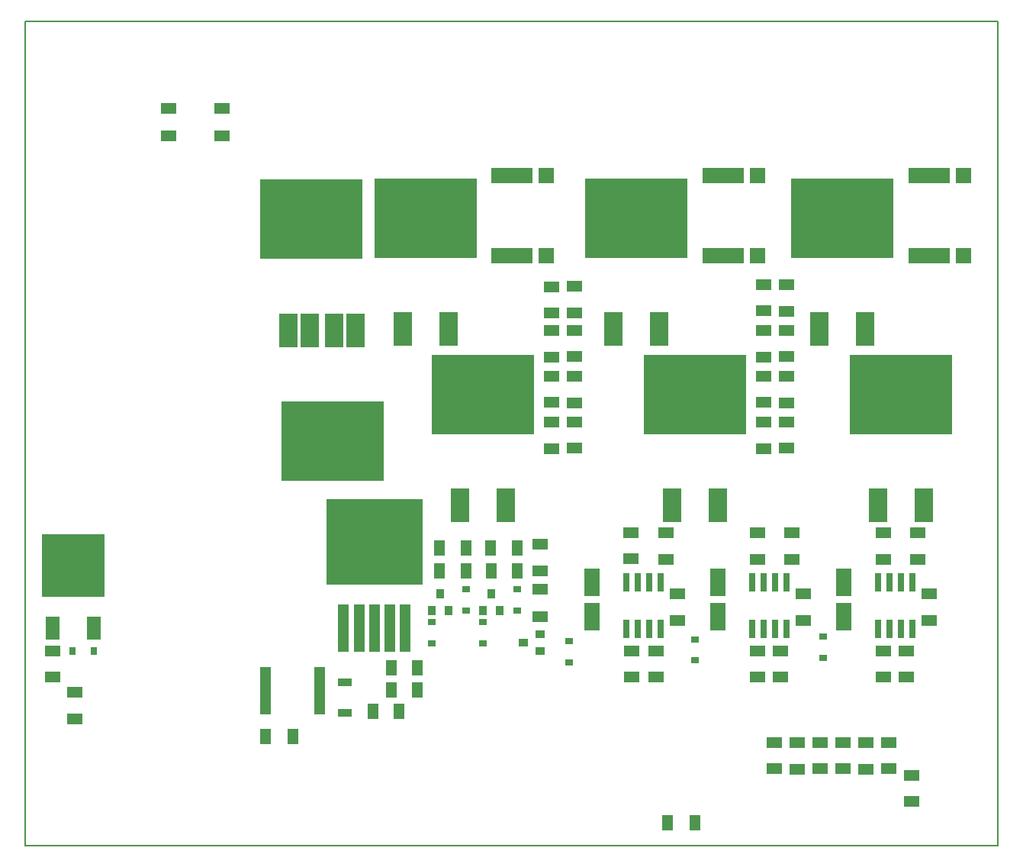
<source format=gbr>
G04 PROTEUS GERBER X2 FILE*
%TF.GenerationSoftware,Labcenter,Proteus,8.7-SP3-Build25561*%
%TF.CreationDate,2021-07-06T20:34:18+00:00*%
%TF.FileFunction,Paste,Top*%
%TF.FilePolarity,Positive*%
%TF.Part,Single*%
%TF.SameCoordinates,{87e03e06-012a-4b1c-b44b-99ac6d4646d0}*%
%FSLAX45Y45*%
%MOMM*%
G01*
%TA.AperFunction,Material*%
%ADD90R,4.572000X1.651000*%
%ADD91R,1.651000X1.651000*%
%TA.AperFunction,Material*%
%ADD92R,6.985000X6.985000*%
%ADD93R,1.524000X2.540000*%
%TA.AperFunction,Material*%
%ADD94R,0.635000X0.889000*%
%ADD95R,1.803400X1.143000*%
%TA.AperFunction,Material*%
%ADD96R,1.143000X5.207000*%
%ADD97R,10.744200X9.550400*%
%TA.AperFunction,Material*%
%ADD98R,1.193800X5.308600*%
%ADD99R,1.524000X0.889000*%
%ADD100R,1.143000X1.803400*%
%TA.AperFunction,Material*%
%ADD101R,0.635000X2.032000*%
%TA.AperFunction,Material*%
%ADD102R,1.651000X3.048000*%
%ADD103R,0.889000X0.635000*%
%TA.AperFunction,Material*%
%ADD104R,0.889000X1.016000*%
%ADD105R,1.016000X0.889000*%
%ADD106R,11.430000X8.890000*%
%ADD107R,2.032000X3.810000*%
%TA.AperFunction,Profile*%
%ADD38C,0.203200*%
%TD.AperFunction*%
D90*
X+6667500Y+1016000D03*
X+6667500Y+127000D03*
D91*
X+7048500Y+127000D03*
X+7048500Y+1016000D03*
D90*
X+8953500Y+1016000D03*
X+8953500Y+127000D03*
D91*
X+9334500Y+127000D03*
X+9334500Y+1016000D03*
D90*
X+4318000Y+1016000D03*
X+4318000Y+127000D03*
D91*
X+4699000Y+127000D03*
X+4699000Y+1016000D03*
D92*
X-546100Y-3309620D03*
D93*
X-774700Y-4000500D03*
X-317500Y-4000500D03*
D94*
X-552450Y-4254500D03*
X-317500Y-4254500D03*
D95*
X-774700Y-4544500D03*
X-774700Y-4254500D03*
D96*
X+2453640Y-4000500D03*
X+2623820Y-4000500D03*
X+2794000Y-4000500D03*
X+2964180Y-4000500D03*
X+3134360Y-4000500D03*
D97*
X+2794000Y-3048000D03*
D98*
X+2187500Y-4699000D03*
X+1587500Y-4699000D03*
D99*
X+2469837Y-4946337D03*
X+2469837Y-4606337D03*
D95*
X-527800Y-4711700D03*
X-527800Y-5011700D03*
D100*
X+3274500Y-4445000D03*
X+2984500Y-4445000D03*
D95*
X+508000Y+1760500D03*
X+508000Y+1460500D03*
X+1104900Y+1760500D03*
X+1104900Y+1460500D03*
D100*
X+1887500Y-5207000D03*
X+1587500Y-5207000D03*
D95*
X+6032500Y-2948500D03*
X+6032500Y-3238500D03*
X+5638800Y-2946400D03*
X+5638800Y-3236400D03*
D101*
X+5588000Y-4013200D03*
X+5715000Y-4013200D03*
X+5842000Y-4013200D03*
X+5969000Y-4013200D03*
X+5969000Y-3492500D03*
X+5842000Y-3492500D03*
X+5715000Y-3492500D03*
X+5588000Y-3492500D03*
X+6985000Y-4013200D03*
X+7112000Y-4013200D03*
X+7239000Y-4013200D03*
X+7366000Y-4013200D03*
X+7366000Y-3492500D03*
X+7239000Y-3492500D03*
X+7112000Y-3492500D03*
X+6985000Y-3492500D03*
X+8382000Y-4013200D03*
X+8509000Y-4013200D03*
X+8636000Y-4013200D03*
X+8763000Y-4013200D03*
X+8763000Y-3492500D03*
X+8636000Y-3492500D03*
X+8509000Y-3492500D03*
X+8382000Y-3492500D03*
D95*
X+7048500Y-2948500D03*
X+7048500Y-3238500D03*
D102*
X+5207000Y-3492500D03*
X+5207000Y-3873500D03*
X+6604000Y-3492500D03*
X+6604000Y-3873500D03*
X+8001000Y-3492500D03*
X+8001000Y-3873500D03*
D103*
X+4953000Y-4381500D03*
X+4953000Y-4146550D03*
X+6350000Y-4362450D03*
X+6350000Y-4127500D03*
X+7778750Y-4330700D03*
X+7778750Y-4095750D03*
D95*
X+6159500Y-3619500D03*
X+6159500Y-3919500D03*
X+7556500Y-3619500D03*
X+7556500Y-3919500D03*
X+8953500Y-3619500D03*
X+8953500Y-3919500D03*
X+7429500Y-2948500D03*
X+7429500Y-3238500D03*
X+8445500Y-2948500D03*
X+8445500Y-3238500D03*
X+8826500Y-2948500D03*
X+8826500Y-3238500D03*
X+5651500Y-4544500D03*
X+5651500Y-4254500D03*
X+5923000Y-4544500D03*
X+5923000Y-4254500D03*
X+7048500Y-4544500D03*
X+7048500Y-4254500D03*
X+5016500Y-698500D03*
X+5016500Y-988500D03*
X+4762500Y-218000D03*
X+4762500Y-508000D03*
X+5016500Y-1714500D03*
X+5016500Y-2004500D03*
X+4762500Y-1206500D03*
X+4762500Y-1496500D03*
X+5016500Y-208000D03*
X+5016500Y-508000D03*
X+4762500Y-698500D03*
X+4762500Y-998500D03*
X+5016500Y-1206500D03*
X+5016500Y-1506500D03*
X+4762500Y-1714500D03*
X+4762500Y-2014500D03*
X+7366000Y-190500D03*
X+7366000Y-490500D03*
X+7112000Y-698500D03*
X+7112000Y-998500D03*
X+7366000Y-1206500D03*
X+7366000Y-1506500D03*
X+7112000Y-1714500D03*
X+7112000Y-2014500D03*
X+7366000Y-698500D03*
X+7366000Y-988500D03*
X+7112000Y-190500D03*
X+7112000Y-480500D03*
X+7366000Y-1714500D03*
X+7366000Y-2004500D03*
X+7112000Y-1206500D03*
X+7112000Y-1496500D03*
D104*
X+3522980Y-3619500D03*
X+3429000Y-3810000D03*
X+3616960Y-3810000D03*
X+4094480Y-3619500D03*
X+4000500Y-3810000D03*
X+4188460Y-3810000D03*
D105*
X+4445000Y-4160520D03*
X+4635500Y-4254500D03*
X+4635500Y-4066540D03*
D103*
X+3810000Y-3575050D03*
X+3810000Y-3810000D03*
X+3429000Y-3937000D03*
X+3429000Y-4171950D03*
X+4381500Y-3575050D03*
X+4381500Y-3810000D03*
X+4000500Y-3937000D03*
X+4000500Y-4171950D03*
D100*
X+3520000Y-3365500D03*
X+3810000Y-3365500D03*
X+3520000Y-3111500D03*
X+3810000Y-3111500D03*
X+4381500Y-3365500D03*
X+4091500Y-3365500D03*
D95*
X+4635500Y-3075500D03*
X+4635500Y-3365500D03*
X+4635500Y-3873500D03*
X+4635500Y-3573500D03*
D100*
X+4381500Y-3111500D03*
X+4081500Y-3111500D03*
D95*
X+8699500Y-4544500D03*
X+8699500Y-4254500D03*
D100*
X+6350000Y-6159500D03*
X+6050000Y-6159500D03*
D95*
X+8245500Y-5570500D03*
X+8245500Y-5270500D03*
X+7483500Y-5570499D03*
X+7483500Y-5270500D03*
X+7302500Y-4544500D03*
X+7302500Y-4254500D03*
X+8445500Y-4544500D03*
X+8445500Y-4254500D03*
X+8753500Y-5635301D03*
X+8753500Y-5925301D03*
X+7991500Y-5270500D03*
X+7991500Y-5560500D03*
X+7737500Y-5270500D03*
X+7737500Y-5560500D03*
X+8499500Y-5270500D03*
X+8499500Y-5560500D03*
X+7229500Y-5270500D03*
X+7229500Y-5560500D03*
D106*
X+2332465Y-1930400D03*
D107*
X+2586465Y-698500D03*
X+2078465Y-698500D03*
D106*
X+2095500Y+533400D03*
D107*
X+1841500Y-698500D03*
X+2349500Y-698500D03*
D106*
X+3365500Y+546100D03*
D107*
X+3111500Y-685800D03*
X+3619500Y-685800D03*
D106*
X+4000500Y-1409700D03*
D107*
X+3746500Y-2641600D03*
X+4254500Y-2641600D03*
D106*
X+5702300Y+546100D03*
D107*
X+5448300Y-685800D03*
X+5956300Y-685800D03*
D106*
X+6350000Y-1409700D03*
D107*
X+6096000Y-2641600D03*
X+6604000Y-2641600D03*
D106*
X+7988300Y+546100D03*
D107*
X+7734300Y-685800D03*
X+8242300Y-685800D03*
D106*
X+8636000Y-1409700D03*
D107*
X+8382000Y-2641600D03*
X+8890000Y-2641600D03*
D100*
X+3274500Y-4686300D03*
X+2984500Y-4686300D03*
X+2781300Y-4927600D03*
X+3071300Y-4927600D03*
D38*
X-1079500Y-6413500D02*
X+9715500Y-6413500D01*
X+9715500Y+2730500D01*
X-1079500Y+2730500D01*
X-1079500Y-6413500D01*
M02*

</source>
